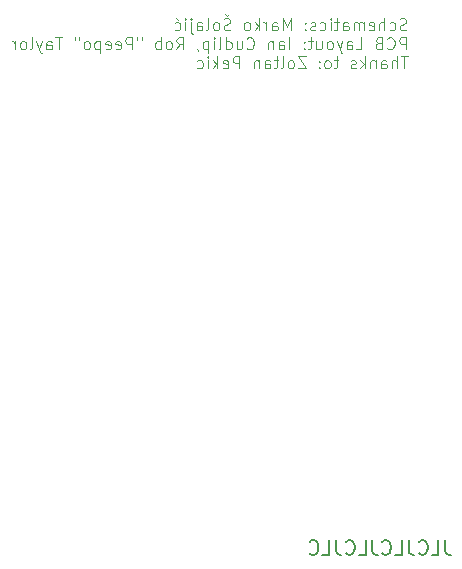
<source format=gbr>
%TF.GenerationSoftware,KiCad,Pcbnew,8.0.1*%
%TF.CreationDate,2024-06-09T01:41:57+01:00*%
%TF.ProjectId,tim011_video_fix,74696d30-3131-45f7-9669-64656f5f6669,rev?*%
%TF.SameCoordinates,Original*%
%TF.FileFunction,Legend,Bot*%
%TF.FilePolarity,Positive*%
%FSLAX46Y46*%
G04 Gerber Fmt 4.6, Leading zero omitted, Abs format (unit mm)*
G04 Created by KiCad (PCBNEW 8.0.1) date 2024-06-09 01:41:57*
%MOMM*%
%LPD*%
G01*
G04 APERTURE LIST*
%ADD10C,0.150000*%
%ADD11C,0.100000*%
G04 APERTURE END LIST*
D10*
X137672744Y-113295342D02*
X137672744Y-114152485D01*
X137672744Y-114152485D02*
X137729887Y-114323914D01*
X137729887Y-114323914D02*
X137844173Y-114438200D01*
X137844173Y-114438200D02*
X138015601Y-114495342D01*
X138015601Y-114495342D02*
X138129887Y-114495342D01*
X136529887Y-114495342D02*
X137101315Y-114495342D01*
X137101315Y-114495342D02*
X137101315Y-113295342D01*
X135444172Y-114381057D02*
X135501315Y-114438200D01*
X135501315Y-114438200D02*
X135672743Y-114495342D01*
X135672743Y-114495342D02*
X135787029Y-114495342D01*
X135787029Y-114495342D02*
X135958458Y-114438200D01*
X135958458Y-114438200D02*
X136072743Y-114323914D01*
X136072743Y-114323914D02*
X136129886Y-114209628D01*
X136129886Y-114209628D02*
X136187029Y-113981057D01*
X136187029Y-113981057D02*
X136187029Y-113809628D01*
X136187029Y-113809628D02*
X136129886Y-113581057D01*
X136129886Y-113581057D02*
X136072743Y-113466771D01*
X136072743Y-113466771D02*
X135958458Y-113352485D01*
X135958458Y-113352485D02*
X135787029Y-113295342D01*
X135787029Y-113295342D02*
X135672743Y-113295342D01*
X135672743Y-113295342D02*
X135501315Y-113352485D01*
X135501315Y-113352485D02*
X135444172Y-113409628D01*
X134587029Y-113295342D02*
X134587029Y-114152485D01*
X134587029Y-114152485D02*
X134644172Y-114323914D01*
X134644172Y-114323914D02*
X134758458Y-114438200D01*
X134758458Y-114438200D02*
X134929886Y-114495342D01*
X134929886Y-114495342D02*
X135044172Y-114495342D01*
X133444172Y-114495342D02*
X134015600Y-114495342D01*
X134015600Y-114495342D02*
X134015600Y-113295342D01*
X132358457Y-114381057D02*
X132415600Y-114438200D01*
X132415600Y-114438200D02*
X132587028Y-114495342D01*
X132587028Y-114495342D02*
X132701314Y-114495342D01*
X132701314Y-114495342D02*
X132872743Y-114438200D01*
X132872743Y-114438200D02*
X132987028Y-114323914D01*
X132987028Y-114323914D02*
X133044171Y-114209628D01*
X133044171Y-114209628D02*
X133101314Y-113981057D01*
X133101314Y-113981057D02*
X133101314Y-113809628D01*
X133101314Y-113809628D02*
X133044171Y-113581057D01*
X133044171Y-113581057D02*
X132987028Y-113466771D01*
X132987028Y-113466771D02*
X132872743Y-113352485D01*
X132872743Y-113352485D02*
X132701314Y-113295342D01*
X132701314Y-113295342D02*
X132587028Y-113295342D01*
X132587028Y-113295342D02*
X132415600Y-113352485D01*
X132415600Y-113352485D02*
X132358457Y-113409628D01*
X131501314Y-113295342D02*
X131501314Y-114152485D01*
X131501314Y-114152485D02*
X131558457Y-114323914D01*
X131558457Y-114323914D02*
X131672743Y-114438200D01*
X131672743Y-114438200D02*
X131844171Y-114495342D01*
X131844171Y-114495342D02*
X131958457Y-114495342D01*
X130358457Y-114495342D02*
X130929885Y-114495342D01*
X130929885Y-114495342D02*
X130929885Y-113295342D01*
X129272742Y-114381057D02*
X129329885Y-114438200D01*
X129329885Y-114438200D02*
X129501313Y-114495342D01*
X129501313Y-114495342D02*
X129615599Y-114495342D01*
X129615599Y-114495342D02*
X129787028Y-114438200D01*
X129787028Y-114438200D02*
X129901313Y-114323914D01*
X129901313Y-114323914D02*
X129958456Y-114209628D01*
X129958456Y-114209628D02*
X130015599Y-113981057D01*
X130015599Y-113981057D02*
X130015599Y-113809628D01*
X130015599Y-113809628D02*
X129958456Y-113581057D01*
X129958456Y-113581057D02*
X129901313Y-113466771D01*
X129901313Y-113466771D02*
X129787028Y-113352485D01*
X129787028Y-113352485D02*
X129615599Y-113295342D01*
X129615599Y-113295342D02*
X129501313Y-113295342D01*
X129501313Y-113295342D02*
X129329885Y-113352485D01*
X129329885Y-113352485D02*
X129272742Y-113409628D01*
X128415599Y-113295342D02*
X128415599Y-114152485D01*
X128415599Y-114152485D02*
X128472742Y-114323914D01*
X128472742Y-114323914D02*
X128587028Y-114438200D01*
X128587028Y-114438200D02*
X128758456Y-114495342D01*
X128758456Y-114495342D02*
X128872742Y-114495342D01*
X127272742Y-114495342D02*
X127844170Y-114495342D01*
X127844170Y-114495342D02*
X127844170Y-113295342D01*
X126187027Y-114381057D02*
X126244170Y-114438200D01*
X126244170Y-114438200D02*
X126415598Y-114495342D01*
X126415598Y-114495342D02*
X126529884Y-114495342D01*
X126529884Y-114495342D02*
X126701313Y-114438200D01*
X126701313Y-114438200D02*
X126815598Y-114323914D01*
X126815598Y-114323914D02*
X126872741Y-114209628D01*
X126872741Y-114209628D02*
X126929884Y-113981057D01*
X126929884Y-113981057D02*
X126929884Y-113809628D01*
X126929884Y-113809628D02*
X126872741Y-113581057D01*
X126872741Y-113581057D02*
X126815598Y-113466771D01*
X126815598Y-113466771D02*
X126701313Y-113352485D01*
X126701313Y-113352485D02*
X126529884Y-113295342D01*
X126529884Y-113295342D02*
X126415598Y-113295342D01*
X126415598Y-113295342D02*
X126244170Y-113352485D01*
X126244170Y-113352485D02*
X126187027Y-113409628D01*
D11*
X134393734Y-70054912D02*
X134250877Y-70102531D01*
X134250877Y-70102531D02*
X134012782Y-70102531D01*
X134012782Y-70102531D02*
X133917544Y-70054912D01*
X133917544Y-70054912D02*
X133869925Y-70007292D01*
X133869925Y-70007292D02*
X133822306Y-69912054D01*
X133822306Y-69912054D02*
X133822306Y-69816816D01*
X133822306Y-69816816D02*
X133869925Y-69721578D01*
X133869925Y-69721578D02*
X133917544Y-69673959D01*
X133917544Y-69673959D02*
X134012782Y-69626340D01*
X134012782Y-69626340D02*
X134203258Y-69578721D01*
X134203258Y-69578721D02*
X134298496Y-69531102D01*
X134298496Y-69531102D02*
X134346115Y-69483483D01*
X134346115Y-69483483D02*
X134393734Y-69388245D01*
X134393734Y-69388245D02*
X134393734Y-69293007D01*
X134393734Y-69293007D02*
X134346115Y-69197769D01*
X134346115Y-69197769D02*
X134298496Y-69150150D01*
X134298496Y-69150150D02*
X134203258Y-69102531D01*
X134203258Y-69102531D02*
X133965163Y-69102531D01*
X133965163Y-69102531D02*
X133822306Y-69150150D01*
X132965163Y-70054912D02*
X133060401Y-70102531D01*
X133060401Y-70102531D02*
X133250877Y-70102531D01*
X133250877Y-70102531D02*
X133346115Y-70054912D01*
X133346115Y-70054912D02*
X133393734Y-70007292D01*
X133393734Y-70007292D02*
X133441353Y-69912054D01*
X133441353Y-69912054D02*
X133441353Y-69626340D01*
X133441353Y-69626340D02*
X133393734Y-69531102D01*
X133393734Y-69531102D02*
X133346115Y-69483483D01*
X133346115Y-69483483D02*
X133250877Y-69435864D01*
X133250877Y-69435864D02*
X133060401Y-69435864D01*
X133060401Y-69435864D02*
X132965163Y-69483483D01*
X132536591Y-70102531D02*
X132536591Y-69102531D01*
X132108020Y-70102531D02*
X132108020Y-69578721D01*
X132108020Y-69578721D02*
X132155639Y-69483483D01*
X132155639Y-69483483D02*
X132250877Y-69435864D01*
X132250877Y-69435864D02*
X132393734Y-69435864D01*
X132393734Y-69435864D02*
X132488972Y-69483483D01*
X132488972Y-69483483D02*
X132536591Y-69531102D01*
X131250877Y-70054912D02*
X131346115Y-70102531D01*
X131346115Y-70102531D02*
X131536591Y-70102531D01*
X131536591Y-70102531D02*
X131631829Y-70054912D01*
X131631829Y-70054912D02*
X131679448Y-69959673D01*
X131679448Y-69959673D02*
X131679448Y-69578721D01*
X131679448Y-69578721D02*
X131631829Y-69483483D01*
X131631829Y-69483483D02*
X131536591Y-69435864D01*
X131536591Y-69435864D02*
X131346115Y-69435864D01*
X131346115Y-69435864D02*
X131250877Y-69483483D01*
X131250877Y-69483483D02*
X131203258Y-69578721D01*
X131203258Y-69578721D02*
X131203258Y-69673959D01*
X131203258Y-69673959D02*
X131679448Y-69769197D01*
X130774686Y-70102531D02*
X130774686Y-69435864D01*
X130774686Y-69531102D02*
X130727067Y-69483483D01*
X130727067Y-69483483D02*
X130631829Y-69435864D01*
X130631829Y-69435864D02*
X130488972Y-69435864D01*
X130488972Y-69435864D02*
X130393734Y-69483483D01*
X130393734Y-69483483D02*
X130346115Y-69578721D01*
X130346115Y-69578721D02*
X130346115Y-70102531D01*
X130346115Y-69578721D02*
X130298496Y-69483483D01*
X130298496Y-69483483D02*
X130203258Y-69435864D01*
X130203258Y-69435864D02*
X130060401Y-69435864D01*
X130060401Y-69435864D02*
X129965162Y-69483483D01*
X129965162Y-69483483D02*
X129917543Y-69578721D01*
X129917543Y-69578721D02*
X129917543Y-70102531D01*
X129012782Y-70102531D02*
X129012782Y-69578721D01*
X129012782Y-69578721D02*
X129060401Y-69483483D01*
X129060401Y-69483483D02*
X129155639Y-69435864D01*
X129155639Y-69435864D02*
X129346115Y-69435864D01*
X129346115Y-69435864D02*
X129441353Y-69483483D01*
X129012782Y-70054912D02*
X129108020Y-70102531D01*
X129108020Y-70102531D02*
X129346115Y-70102531D01*
X129346115Y-70102531D02*
X129441353Y-70054912D01*
X129441353Y-70054912D02*
X129488972Y-69959673D01*
X129488972Y-69959673D02*
X129488972Y-69864435D01*
X129488972Y-69864435D02*
X129441353Y-69769197D01*
X129441353Y-69769197D02*
X129346115Y-69721578D01*
X129346115Y-69721578D02*
X129108020Y-69721578D01*
X129108020Y-69721578D02*
X129012782Y-69673959D01*
X128679448Y-69435864D02*
X128298496Y-69435864D01*
X128536591Y-69102531D02*
X128536591Y-69959673D01*
X128536591Y-69959673D02*
X128488972Y-70054912D01*
X128488972Y-70054912D02*
X128393734Y-70102531D01*
X128393734Y-70102531D02*
X128298496Y-70102531D01*
X127965162Y-70102531D02*
X127965162Y-69435864D01*
X127965162Y-69102531D02*
X128012781Y-69150150D01*
X128012781Y-69150150D02*
X127965162Y-69197769D01*
X127965162Y-69197769D02*
X127917543Y-69150150D01*
X127917543Y-69150150D02*
X127965162Y-69102531D01*
X127965162Y-69102531D02*
X127965162Y-69197769D01*
X127060401Y-70054912D02*
X127155639Y-70102531D01*
X127155639Y-70102531D02*
X127346115Y-70102531D01*
X127346115Y-70102531D02*
X127441353Y-70054912D01*
X127441353Y-70054912D02*
X127488972Y-70007292D01*
X127488972Y-70007292D02*
X127536591Y-69912054D01*
X127536591Y-69912054D02*
X127536591Y-69626340D01*
X127536591Y-69626340D02*
X127488972Y-69531102D01*
X127488972Y-69531102D02*
X127441353Y-69483483D01*
X127441353Y-69483483D02*
X127346115Y-69435864D01*
X127346115Y-69435864D02*
X127155639Y-69435864D01*
X127155639Y-69435864D02*
X127060401Y-69483483D01*
X126679448Y-70054912D02*
X126584210Y-70102531D01*
X126584210Y-70102531D02*
X126393734Y-70102531D01*
X126393734Y-70102531D02*
X126298496Y-70054912D01*
X126298496Y-70054912D02*
X126250877Y-69959673D01*
X126250877Y-69959673D02*
X126250877Y-69912054D01*
X126250877Y-69912054D02*
X126298496Y-69816816D01*
X126298496Y-69816816D02*
X126393734Y-69769197D01*
X126393734Y-69769197D02*
X126536591Y-69769197D01*
X126536591Y-69769197D02*
X126631829Y-69721578D01*
X126631829Y-69721578D02*
X126679448Y-69626340D01*
X126679448Y-69626340D02*
X126679448Y-69578721D01*
X126679448Y-69578721D02*
X126631829Y-69483483D01*
X126631829Y-69483483D02*
X126536591Y-69435864D01*
X126536591Y-69435864D02*
X126393734Y-69435864D01*
X126393734Y-69435864D02*
X126298496Y-69483483D01*
X125822305Y-70007292D02*
X125774686Y-70054912D01*
X125774686Y-70054912D02*
X125822305Y-70102531D01*
X125822305Y-70102531D02*
X125869924Y-70054912D01*
X125869924Y-70054912D02*
X125822305Y-70007292D01*
X125822305Y-70007292D02*
X125822305Y-70102531D01*
X125822305Y-69483483D02*
X125774686Y-69531102D01*
X125774686Y-69531102D02*
X125822305Y-69578721D01*
X125822305Y-69578721D02*
X125869924Y-69531102D01*
X125869924Y-69531102D02*
X125822305Y-69483483D01*
X125822305Y-69483483D02*
X125822305Y-69578721D01*
X124584210Y-70102531D02*
X124584210Y-69102531D01*
X124584210Y-69102531D02*
X124250877Y-69816816D01*
X124250877Y-69816816D02*
X123917544Y-69102531D01*
X123917544Y-69102531D02*
X123917544Y-70102531D01*
X123012782Y-70102531D02*
X123012782Y-69578721D01*
X123012782Y-69578721D02*
X123060401Y-69483483D01*
X123060401Y-69483483D02*
X123155639Y-69435864D01*
X123155639Y-69435864D02*
X123346115Y-69435864D01*
X123346115Y-69435864D02*
X123441353Y-69483483D01*
X123012782Y-70054912D02*
X123108020Y-70102531D01*
X123108020Y-70102531D02*
X123346115Y-70102531D01*
X123346115Y-70102531D02*
X123441353Y-70054912D01*
X123441353Y-70054912D02*
X123488972Y-69959673D01*
X123488972Y-69959673D02*
X123488972Y-69864435D01*
X123488972Y-69864435D02*
X123441353Y-69769197D01*
X123441353Y-69769197D02*
X123346115Y-69721578D01*
X123346115Y-69721578D02*
X123108020Y-69721578D01*
X123108020Y-69721578D02*
X123012782Y-69673959D01*
X122536591Y-70102531D02*
X122536591Y-69435864D01*
X122536591Y-69626340D02*
X122488972Y-69531102D01*
X122488972Y-69531102D02*
X122441353Y-69483483D01*
X122441353Y-69483483D02*
X122346115Y-69435864D01*
X122346115Y-69435864D02*
X122250877Y-69435864D01*
X121917543Y-70102531D02*
X121917543Y-69102531D01*
X121822305Y-69721578D02*
X121536591Y-70102531D01*
X121536591Y-69435864D02*
X121917543Y-69816816D01*
X120965162Y-70102531D02*
X121060400Y-70054912D01*
X121060400Y-70054912D02*
X121108019Y-70007292D01*
X121108019Y-70007292D02*
X121155638Y-69912054D01*
X121155638Y-69912054D02*
X121155638Y-69626340D01*
X121155638Y-69626340D02*
X121108019Y-69531102D01*
X121108019Y-69531102D02*
X121060400Y-69483483D01*
X121060400Y-69483483D02*
X120965162Y-69435864D01*
X120965162Y-69435864D02*
X120822305Y-69435864D01*
X120822305Y-69435864D02*
X120727067Y-69483483D01*
X120727067Y-69483483D02*
X120679448Y-69531102D01*
X120679448Y-69531102D02*
X120631829Y-69626340D01*
X120631829Y-69626340D02*
X120631829Y-69912054D01*
X120631829Y-69912054D02*
X120679448Y-70007292D01*
X120679448Y-70007292D02*
X120727067Y-70054912D01*
X120727067Y-70054912D02*
X120822305Y-70102531D01*
X120822305Y-70102531D02*
X120965162Y-70102531D01*
X119488971Y-70054912D02*
X119346114Y-70102531D01*
X119346114Y-70102531D02*
X119108019Y-70102531D01*
X119108019Y-70102531D02*
X119012781Y-70054912D01*
X119012781Y-70054912D02*
X118965162Y-70007292D01*
X118965162Y-70007292D02*
X118917543Y-69912054D01*
X118917543Y-69912054D02*
X118917543Y-69816816D01*
X118917543Y-69816816D02*
X118965162Y-69721578D01*
X118965162Y-69721578D02*
X119012781Y-69673959D01*
X119012781Y-69673959D02*
X119108019Y-69626340D01*
X119108019Y-69626340D02*
X119298495Y-69578721D01*
X119298495Y-69578721D02*
X119393733Y-69531102D01*
X119393733Y-69531102D02*
X119441352Y-69483483D01*
X119441352Y-69483483D02*
X119488971Y-69388245D01*
X119488971Y-69388245D02*
X119488971Y-69293007D01*
X119488971Y-69293007D02*
X119441352Y-69197769D01*
X119441352Y-69197769D02*
X119393733Y-69150150D01*
X119393733Y-69150150D02*
X119298495Y-69102531D01*
X119298495Y-69102531D02*
X119060400Y-69102531D01*
X119060400Y-69102531D02*
X118917543Y-69150150D01*
X119393733Y-68721578D02*
X119203257Y-68864435D01*
X119203257Y-68864435D02*
X119012781Y-68721578D01*
X118346114Y-70102531D02*
X118441352Y-70054912D01*
X118441352Y-70054912D02*
X118488971Y-70007292D01*
X118488971Y-70007292D02*
X118536590Y-69912054D01*
X118536590Y-69912054D02*
X118536590Y-69626340D01*
X118536590Y-69626340D02*
X118488971Y-69531102D01*
X118488971Y-69531102D02*
X118441352Y-69483483D01*
X118441352Y-69483483D02*
X118346114Y-69435864D01*
X118346114Y-69435864D02*
X118203257Y-69435864D01*
X118203257Y-69435864D02*
X118108019Y-69483483D01*
X118108019Y-69483483D02*
X118060400Y-69531102D01*
X118060400Y-69531102D02*
X118012781Y-69626340D01*
X118012781Y-69626340D02*
X118012781Y-69912054D01*
X118012781Y-69912054D02*
X118060400Y-70007292D01*
X118060400Y-70007292D02*
X118108019Y-70054912D01*
X118108019Y-70054912D02*
X118203257Y-70102531D01*
X118203257Y-70102531D02*
X118346114Y-70102531D01*
X117441352Y-70102531D02*
X117536590Y-70054912D01*
X117536590Y-70054912D02*
X117584209Y-69959673D01*
X117584209Y-69959673D02*
X117584209Y-69102531D01*
X116631828Y-70102531D02*
X116631828Y-69578721D01*
X116631828Y-69578721D02*
X116679447Y-69483483D01*
X116679447Y-69483483D02*
X116774685Y-69435864D01*
X116774685Y-69435864D02*
X116965161Y-69435864D01*
X116965161Y-69435864D02*
X117060399Y-69483483D01*
X116631828Y-70054912D02*
X116727066Y-70102531D01*
X116727066Y-70102531D02*
X116965161Y-70102531D01*
X116965161Y-70102531D02*
X117060399Y-70054912D01*
X117060399Y-70054912D02*
X117108018Y-69959673D01*
X117108018Y-69959673D02*
X117108018Y-69864435D01*
X117108018Y-69864435D02*
X117060399Y-69769197D01*
X117060399Y-69769197D02*
X116965161Y-69721578D01*
X116965161Y-69721578D02*
X116727066Y-69721578D01*
X116727066Y-69721578D02*
X116631828Y-69673959D01*
X116155637Y-69435864D02*
X116155637Y-70293007D01*
X116155637Y-70293007D02*
X116203256Y-70388245D01*
X116203256Y-70388245D02*
X116298494Y-70435864D01*
X116298494Y-70435864D02*
X116346113Y-70435864D01*
X116155637Y-69102531D02*
X116203256Y-69150150D01*
X116203256Y-69150150D02*
X116155637Y-69197769D01*
X116155637Y-69197769D02*
X116108018Y-69150150D01*
X116108018Y-69150150D02*
X116155637Y-69102531D01*
X116155637Y-69102531D02*
X116155637Y-69197769D01*
X115679447Y-70102531D02*
X115679447Y-69435864D01*
X115679447Y-69102531D02*
X115727066Y-69150150D01*
X115727066Y-69150150D02*
X115679447Y-69197769D01*
X115679447Y-69197769D02*
X115631828Y-69150150D01*
X115631828Y-69150150D02*
X115679447Y-69102531D01*
X115679447Y-69102531D02*
X115679447Y-69197769D01*
X114774686Y-70054912D02*
X114869924Y-70102531D01*
X114869924Y-70102531D02*
X115060400Y-70102531D01*
X115060400Y-70102531D02*
X115155638Y-70054912D01*
X115155638Y-70054912D02*
X115203257Y-70007292D01*
X115203257Y-70007292D02*
X115250876Y-69912054D01*
X115250876Y-69912054D02*
X115250876Y-69626340D01*
X115250876Y-69626340D02*
X115203257Y-69531102D01*
X115203257Y-69531102D02*
X115155638Y-69483483D01*
X115155638Y-69483483D02*
X115060400Y-69435864D01*
X115060400Y-69435864D02*
X114869924Y-69435864D01*
X114869924Y-69435864D02*
X114774686Y-69483483D01*
X114869924Y-69054912D02*
X115012781Y-69197769D01*
X134346115Y-71712475D02*
X134346115Y-70712475D01*
X134346115Y-70712475D02*
X133965163Y-70712475D01*
X133965163Y-70712475D02*
X133869925Y-70760094D01*
X133869925Y-70760094D02*
X133822306Y-70807713D01*
X133822306Y-70807713D02*
X133774687Y-70902951D01*
X133774687Y-70902951D02*
X133774687Y-71045808D01*
X133774687Y-71045808D02*
X133822306Y-71141046D01*
X133822306Y-71141046D02*
X133869925Y-71188665D01*
X133869925Y-71188665D02*
X133965163Y-71236284D01*
X133965163Y-71236284D02*
X134346115Y-71236284D01*
X132774687Y-71617236D02*
X132822306Y-71664856D01*
X132822306Y-71664856D02*
X132965163Y-71712475D01*
X132965163Y-71712475D02*
X133060401Y-71712475D01*
X133060401Y-71712475D02*
X133203258Y-71664856D01*
X133203258Y-71664856D02*
X133298496Y-71569617D01*
X133298496Y-71569617D02*
X133346115Y-71474379D01*
X133346115Y-71474379D02*
X133393734Y-71283903D01*
X133393734Y-71283903D02*
X133393734Y-71141046D01*
X133393734Y-71141046D02*
X133346115Y-70950570D01*
X133346115Y-70950570D02*
X133298496Y-70855332D01*
X133298496Y-70855332D02*
X133203258Y-70760094D01*
X133203258Y-70760094D02*
X133060401Y-70712475D01*
X133060401Y-70712475D02*
X132965163Y-70712475D01*
X132965163Y-70712475D02*
X132822306Y-70760094D01*
X132822306Y-70760094D02*
X132774687Y-70807713D01*
X132012782Y-71188665D02*
X131869925Y-71236284D01*
X131869925Y-71236284D02*
X131822306Y-71283903D01*
X131822306Y-71283903D02*
X131774687Y-71379141D01*
X131774687Y-71379141D02*
X131774687Y-71521998D01*
X131774687Y-71521998D02*
X131822306Y-71617236D01*
X131822306Y-71617236D02*
X131869925Y-71664856D01*
X131869925Y-71664856D02*
X131965163Y-71712475D01*
X131965163Y-71712475D02*
X132346115Y-71712475D01*
X132346115Y-71712475D02*
X132346115Y-70712475D01*
X132346115Y-70712475D02*
X132012782Y-70712475D01*
X132012782Y-70712475D02*
X131917544Y-70760094D01*
X131917544Y-70760094D02*
X131869925Y-70807713D01*
X131869925Y-70807713D02*
X131822306Y-70902951D01*
X131822306Y-70902951D02*
X131822306Y-70998189D01*
X131822306Y-70998189D02*
X131869925Y-71093427D01*
X131869925Y-71093427D02*
X131917544Y-71141046D01*
X131917544Y-71141046D02*
X132012782Y-71188665D01*
X132012782Y-71188665D02*
X132346115Y-71188665D01*
X130108020Y-71712475D02*
X130584210Y-71712475D01*
X130584210Y-71712475D02*
X130584210Y-70712475D01*
X129346115Y-71712475D02*
X129346115Y-71188665D01*
X129346115Y-71188665D02*
X129393734Y-71093427D01*
X129393734Y-71093427D02*
X129488972Y-71045808D01*
X129488972Y-71045808D02*
X129679448Y-71045808D01*
X129679448Y-71045808D02*
X129774686Y-71093427D01*
X129346115Y-71664856D02*
X129441353Y-71712475D01*
X129441353Y-71712475D02*
X129679448Y-71712475D01*
X129679448Y-71712475D02*
X129774686Y-71664856D01*
X129774686Y-71664856D02*
X129822305Y-71569617D01*
X129822305Y-71569617D02*
X129822305Y-71474379D01*
X129822305Y-71474379D02*
X129774686Y-71379141D01*
X129774686Y-71379141D02*
X129679448Y-71331522D01*
X129679448Y-71331522D02*
X129441353Y-71331522D01*
X129441353Y-71331522D02*
X129346115Y-71283903D01*
X128965162Y-71045808D02*
X128727067Y-71712475D01*
X128488972Y-71045808D02*
X128727067Y-71712475D01*
X128727067Y-71712475D02*
X128822305Y-71950570D01*
X128822305Y-71950570D02*
X128869924Y-71998189D01*
X128869924Y-71998189D02*
X128965162Y-72045808D01*
X127965162Y-71712475D02*
X128060400Y-71664856D01*
X128060400Y-71664856D02*
X128108019Y-71617236D01*
X128108019Y-71617236D02*
X128155638Y-71521998D01*
X128155638Y-71521998D02*
X128155638Y-71236284D01*
X128155638Y-71236284D02*
X128108019Y-71141046D01*
X128108019Y-71141046D02*
X128060400Y-71093427D01*
X128060400Y-71093427D02*
X127965162Y-71045808D01*
X127965162Y-71045808D02*
X127822305Y-71045808D01*
X127822305Y-71045808D02*
X127727067Y-71093427D01*
X127727067Y-71093427D02*
X127679448Y-71141046D01*
X127679448Y-71141046D02*
X127631829Y-71236284D01*
X127631829Y-71236284D02*
X127631829Y-71521998D01*
X127631829Y-71521998D02*
X127679448Y-71617236D01*
X127679448Y-71617236D02*
X127727067Y-71664856D01*
X127727067Y-71664856D02*
X127822305Y-71712475D01*
X127822305Y-71712475D02*
X127965162Y-71712475D01*
X126774686Y-71045808D02*
X126774686Y-71712475D01*
X127203257Y-71045808D02*
X127203257Y-71569617D01*
X127203257Y-71569617D02*
X127155638Y-71664856D01*
X127155638Y-71664856D02*
X127060400Y-71712475D01*
X127060400Y-71712475D02*
X126917543Y-71712475D01*
X126917543Y-71712475D02*
X126822305Y-71664856D01*
X126822305Y-71664856D02*
X126774686Y-71617236D01*
X126441352Y-71045808D02*
X126060400Y-71045808D01*
X126298495Y-70712475D02*
X126298495Y-71569617D01*
X126298495Y-71569617D02*
X126250876Y-71664856D01*
X126250876Y-71664856D02*
X126155638Y-71712475D01*
X126155638Y-71712475D02*
X126060400Y-71712475D01*
X125727066Y-71617236D02*
X125679447Y-71664856D01*
X125679447Y-71664856D02*
X125727066Y-71712475D01*
X125727066Y-71712475D02*
X125774685Y-71664856D01*
X125774685Y-71664856D02*
X125727066Y-71617236D01*
X125727066Y-71617236D02*
X125727066Y-71712475D01*
X125727066Y-71093427D02*
X125679447Y-71141046D01*
X125679447Y-71141046D02*
X125727066Y-71188665D01*
X125727066Y-71188665D02*
X125774685Y-71141046D01*
X125774685Y-71141046D02*
X125727066Y-71093427D01*
X125727066Y-71093427D02*
X125727066Y-71188665D01*
X124488971Y-71712475D02*
X124488971Y-70712475D01*
X123584210Y-71712475D02*
X123584210Y-71188665D01*
X123584210Y-71188665D02*
X123631829Y-71093427D01*
X123631829Y-71093427D02*
X123727067Y-71045808D01*
X123727067Y-71045808D02*
X123917543Y-71045808D01*
X123917543Y-71045808D02*
X124012781Y-71093427D01*
X123584210Y-71664856D02*
X123679448Y-71712475D01*
X123679448Y-71712475D02*
X123917543Y-71712475D01*
X123917543Y-71712475D02*
X124012781Y-71664856D01*
X124012781Y-71664856D02*
X124060400Y-71569617D01*
X124060400Y-71569617D02*
X124060400Y-71474379D01*
X124060400Y-71474379D02*
X124012781Y-71379141D01*
X124012781Y-71379141D02*
X123917543Y-71331522D01*
X123917543Y-71331522D02*
X123679448Y-71331522D01*
X123679448Y-71331522D02*
X123584210Y-71283903D01*
X123108019Y-71045808D02*
X123108019Y-71712475D01*
X123108019Y-71141046D02*
X123060400Y-71093427D01*
X123060400Y-71093427D02*
X122965162Y-71045808D01*
X122965162Y-71045808D02*
X122822305Y-71045808D01*
X122822305Y-71045808D02*
X122727067Y-71093427D01*
X122727067Y-71093427D02*
X122679448Y-71188665D01*
X122679448Y-71188665D02*
X122679448Y-71712475D01*
X120869924Y-71617236D02*
X120917543Y-71664856D01*
X120917543Y-71664856D02*
X121060400Y-71712475D01*
X121060400Y-71712475D02*
X121155638Y-71712475D01*
X121155638Y-71712475D02*
X121298495Y-71664856D01*
X121298495Y-71664856D02*
X121393733Y-71569617D01*
X121393733Y-71569617D02*
X121441352Y-71474379D01*
X121441352Y-71474379D02*
X121488971Y-71283903D01*
X121488971Y-71283903D02*
X121488971Y-71141046D01*
X121488971Y-71141046D02*
X121441352Y-70950570D01*
X121441352Y-70950570D02*
X121393733Y-70855332D01*
X121393733Y-70855332D02*
X121298495Y-70760094D01*
X121298495Y-70760094D02*
X121155638Y-70712475D01*
X121155638Y-70712475D02*
X121060400Y-70712475D01*
X121060400Y-70712475D02*
X120917543Y-70760094D01*
X120917543Y-70760094D02*
X120869924Y-70807713D01*
X120012781Y-71045808D02*
X120012781Y-71712475D01*
X120441352Y-71045808D02*
X120441352Y-71569617D01*
X120441352Y-71569617D02*
X120393733Y-71664856D01*
X120393733Y-71664856D02*
X120298495Y-71712475D01*
X120298495Y-71712475D02*
X120155638Y-71712475D01*
X120155638Y-71712475D02*
X120060400Y-71664856D01*
X120060400Y-71664856D02*
X120012781Y-71617236D01*
X119108019Y-71712475D02*
X119108019Y-70712475D01*
X119108019Y-71664856D02*
X119203257Y-71712475D01*
X119203257Y-71712475D02*
X119393733Y-71712475D01*
X119393733Y-71712475D02*
X119488971Y-71664856D01*
X119488971Y-71664856D02*
X119536590Y-71617236D01*
X119536590Y-71617236D02*
X119584209Y-71521998D01*
X119584209Y-71521998D02*
X119584209Y-71236284D01*
X119584209Y-71236284D02*
X119536590Y-71141046D01*
X119536590Y-71141046D02*
X119488971Y-71093427D01*
X119488971Y-71093427D02*
X119393733Y-71045808D01*
X119393733Y-71045808D02*
X119203257Y-71045808D01*
X119203257Y-71045808D02*
X119108019Y-71093427D01*
X118488971Y-71712475D02*
X118584209Y-71664856D01*
X118584209Y-71664856D02*
X118631828Y-71569617D01*
X118631828Y-71569617D02*
X118631828Y-70712475D01*
X118108018Y-71712475D02*
X118108018Y-71045808D01*
X118108018Y-70712475D02*
X118155637Y-70760094D01*
X118155637Y-70760094D02*
X118108018Y-70807713D01*
X118108018Y-70807713D02*
X118060399Y-70760094D01*
X118060399Y-70760094D02*
X118108018Y-70712475D01*
X118108018Y-70712475D02*
X118108018Y-70807713D01*
X117631828Y-71045808D02*
X117631828Y-72045808D01*
X117631828Y-71093427D02*
X117536590Y-71045808D01*
X117536590Y-71045808D02*
X117346114Y-71045808D01*
X117346114Y-71045808D02*
X117250876Y-71093427D01*
X117250876Y-71093427D02*
X117203257Y-71141046D01*
X117203257Y-71141046D02*
X117155638Y-71236284D01*
X117155638Y-71236284D02*
X117155638Y-71521998D01*
X117155638Y-71521998D02*
X117203257Y-71617236D01*
X117203257Y-71617236D02*
X117250876Y-71664856D01*
X117250876Y-71664856D02*
X117346114Y-71712475D01*
X117346114Y-71712475D02*
X117536590Y-71712475D01*
X117536590Y-71712475D02*
X117631828Y-71664856D01*
X116679447Y-71664856D02*
X116679447Y-71712475D01*
X116679447Y-71712475D02*
X116727066Y-71807713D01*
X116727066Y-71807713D02*
X116774685Y-71855332D01*
X114917543Y-71712475D02*
X115250876Y-71236284D01*
X115488971Y-71712475D02*
X115488971Y-70712475D01*
X115488971Y-70712475D02*
X115108019Y-70712475D01*
X115108019Y-70712475D02*
X115012781Y-70760094D01*
X115012781Y-70760094D02*
X114965162Y-70807713D01*
X114965162Y-70807713D02*
X114917543Y-70902951D01*
X114917543Y-70902951D02*
X114917543Y-71045808D01*
X114917543Y-71045808D02*
X114965162Y-71141046D01*
X114965162Y-71141046D02*
X115012781Y-71188665D01*
X115012781Y-71188665D02*
X115108019Y-71236284D01*
X115108019Y-71236284D02*
X115488971Y-71236284D01*
X114346114Y-71712475D02*
X114441352Y-71664856D01*
X114441352Y-71664856D02*
X114488971Y-71617236D01*
X114488971Y-71617236D02*
X114536590Y-71521998D01*
X114536590Y-71521998D02*
X114536590Y-71236284D01*
X114536590Y-71236284D02*
X114488971Y-71141046D01*
X114488971Y-71141046D02*
X114441352Y-71093427D01*
X114441352Y-71093427D02*
X114346114Y-71045808D01*
X114346114Y-71045808D02*
X114203257Y-71045808D01*
X114203257Y-71045808D02*
X114108019Y-71093427D01*
X114108019Y-71093427D02*
X114060400Y-71141046D01*
X114060400Y-71141046D02*
X114012781Y-71236284D01*
X114012781Y-71236284D02*
X114012781Y-71521998D01*
X114012781Y-71521998D02*
X114060400Y-71617236D01*
X114060400Y-71617236D02*
X114108019Y-71664856D01*
X114108019Y-71664856D02*
X114203257Y-71712475D01*
X114203257Y-71712475D02*
X114346114Y-71712475D01*
X113584209Y-71712475D02*
X113584209Y-70712475D01*
X113584209Y-71093427D02*
X113488971Y-71045808D01*
X113488971Y-71045808D02*
X113298495Y-71045808D01*
X113298495Y-71045808D02*
X113203257Y-71093427D01*
X113203257Y-71093427D02*
X113155638Y-71141046D01*
X113155638Y-71141046D02*
X113108019Y-71236284D01*
X113108019Y-71236284D02*
X113108019Y-71521998D01*
X113108019Y-71521998D02*
X113155638Y-71617236D01*
X113155638Y-71617236D02*
X113203257Y-71664856D01*
X113203257Y-71664856D02*
X113298495Y-71712475D01*
X113298495Y-71712475D02*
X113488971Y-71712475D01*
X113488971Y-71712475D02*
X113584209Y-71664856D01*
X111965161Y-70712475D02*
X111965161Y-70902951D01*
X111584209Y-70712475D02*
X111584209Y-70902951D01*
X111155637Y-71712475D02*
X111155637Y-70712475D01*
X111155637Y-70712475D02*
X110774685Y-70712475D01*
X110774685Y-70712475D02*
X110679447Y-70760094D01*
X110679447Y-70760094D02*
X110631828Y-70807713D01*
X110631828Y-70807713D02*
X110584209Y-70902951D01*
X110584209Y-70902951D02*
X110584209Y-71045808D01*
X110584209Y-71045808D02*
X110631828Y-71141046D01*
X110631828Y-71141046D02*
X110679447Y-71188665D01*
X110679447Y-71188665D02*
X110774685Y-71236284D01*
X110774685Y-71236284D02*
X111155637Y-71236284D01*
X109774685Y-71664856D02*
X109869923Y-71712475D01*
X109869923Y-71712475D02*
X110060399Y-71712475D01*
X110060399Y-71712475D02*
X110155637Y-71664856D01*
X110155637Y-71664856D02*
X110203256Y-71569617D01*
X110203256Y-71569617D02*
X110203256Y-71188665D01*
X110203256Y-71188665D02*
X110155637Y-71093427D01*
X110155637Y-71093427D02*
X110060399Y-71045808D01*
X110060399Y-71045808D02*
X109869923Y-71045808D01*
X109869923Y-71045808D02*
X109774685Y-71093427D01*
X109774685Y-71093427D02*
X109727066Y-71188665D01*
X109727066Y-71188665D02*
X109727066Y-71283903D01*
X109727066Y-71283903D02*
X110203256Y-71379141D01*
X108917542Y-71664856D02*
X109012780Y-71712475D01*
X109012780Y-71712475D02*
X109203256Y-71712475D01*
X109203256Y-71712475D02*
X109298494Y-71664856D01*
X109298494Y-71664856D02*
X109346113Y-71569617D01*
X109346113Y-71569617D02*
X109346113Y-71188665D01*
X109346113Y-71188665D02*
X109298494Y-71093427D01*
X109298494Y-71093427D02*
X109203256Y-71045808D01*
X109203256Y-71045808D02*
X109012780Y-71045808D01*
X109012780Y-71045808D02*
X108917542Y-71093427D01*
X108917542Y-71093427D02*
X108869923Y-71188665D01*
X108869923Y-71188665D02*
X108869923Y-71283903D01*
X108869923Y-71283903D02*
X109346113Y-71379141D01*
X108441351Y-71045808D02*
X108441351Y-72045808D01*
X108441351Y-71093427D02*
X108346113Y-71045808D01*
X108346113Y-71045808D02*
X108155637Y-71045808D01*
X108155637Y-71045808D02*
X108060399Y-71093427D01*
X108060399Y-71093427D02*
X108012780Y-71141046D01*
X108012780Y-71141046D02*
X107965161Y-71236284D01*
X107965161Y-71236284D02*
X107965161Y-71521998D01*
X107965161Y-71521998D02*
X108012780Y-71617236D01*
X108012780Y-71617236D02*
X108060399Y-71664856D01*
X108060399Y-71664856D02*
X108155637Y-71712475D01*
X108155637Y-71712475D02*
X108346113Y-71712475D01*
X108346113Y-71712475D02*
X108441351Y-71664856D01*
X107393732Y-71712475D02*
X107488970Y-71664856D01*
X107488970Y-71664856D02*
X107536589Y-71617236D01*
X107536589Y-71617236D02*
X107584208Y-71521998D01*
X107584208Y-71521998D02*
X107584208Y-71236284D01*
X107584208Y-71236284D02*
X107536589Y-71141046D01*
X107536589Y-71141046D02*
X107488970Y-71093427D01*
X107488970Y-71093427D02*
X107393732Y-71045808D01*
X107393732Y-71045808D02*
X107250875Y-71045808D01*
X107250875Y-71045808D02*
X107155637Y-71093427D01*
X107155637Y-71093427D02*
X107108018Y-71141046D01*
X107108018Y-71141046D02*
X107060399Y-71236284D01*
X107060399Y-71236284D02*
X107060399Y-71521998D01*
X107060399Y-71521998D02*
X107108018Y-71617236D01*
X107108018Y-71617236D02*
X107155637Y-71664856D01*
X107155637Y-71664856D02*
X107250875Y-71712475D01*
X107250875Y-71712475D02*
X107393732Y-71712475D01*
X106679446Y-70712475D02*
X106679446Y-70902951D01*
X106298494Y-70712475D02*
X106298494Y-70902951D01*
X105250874Y-70712475D02*
X104679446Y-70712475D01*
X104965160Y-71712475D02*
X104965160Y-70712475D01*
X103917541Y-71712475D02*
X103917541Y-71188665D01*
X103917541Y-71188665D02*
X103965160Y-71093427D01*
X103965160Y-71093427D02*
X104060398Y-71045808D01*
X104060398Y-71045808D02*
X104250874Y-71045808D01*
X104250874Y-71045808D02*
X104346112Y-71093427D01*
X103917541Y-71664856D02*
X104012779Y-71712475D01*
X104012779Y-71712475D02*
X104250874Y-71712475D01*
X104250874Y-71712475D02*
X104346112Y-71664856D01*
X104346112Y-71664856D02*
X104393731Y-71569617D01*
X104393731Y-71569617D02*
X104393731Y-71474379D01*
X104393731Y-71474379D02*
X104346112Y-71379141D01*
X104346112Y-71379141D02*
X104250874Y-71331522D01*
X104250874Y-71331522D02*
X104012779Y-71331522D01*
X104012779Y-71331522D02*
X103917541Y-71283903D01*
X103536588Y-71045808D02*
X103298493Y-71712475D01*
X103060398Y-71045808D02*
X103298493Y-71712475D01*
X103298493Y-71712475D02*
X103393731Y-71950570D01*
X103393731Y-71950570D02*
X103441350Y-71998189D01*
X103441350Y-71998189D02*
X103536588Y-72045808D01*
X102536588Y-71712475D02*
X102631826Y-71664856D01*
X102631826Y-71664856D02*
X102679445Y-71569617D01*
X102679445Y-71569617D02*
X102679445Y-70712475D01*
X102012778Y-71712475D02*
X102108016Y-71664856D01*
X102108016Y-71664856D02*
X102155635Y-71617236D01*
X102155635Y-71617236D02*
X102203254Y-71521998D01*
X102203254Y-71521998D02*
X102203254Y-71236284D01*
X102203254Y-71236284D02*
X102155635Y-71141046D01*
X102155635Y-71141046D02*
X102108016Y-71093427D01*
X102108016Y-71093427D02*
X102012778Y-71045808D01*
X102012778Y-71045808D02*
X101869921Y-71045808D01*
X101869921Y-71045808D02*
X101774683Y-71093427D01*
X101774683Y-71093427D02*
X101727064Y-71141046D01*
X101727064Y-71141046D02*
X101679445Y-71236284D01*
X101679445Y-71236284D02*
X101679445Y-71521998D01*
X101679445Y-71521998D02*
X101727064Y-71617236D01*
X101727064Y-71617236D02*
X101774683Y-71664856D01*
X101774683Y-71664856D02*
X101869921Y-71712475D01*
X101869921Y-71712475D02*
X102012778Y-71712475D01*
X101250873Y-71712475D02*
X101250873Y-71045808D01*
X101250873Y-71236284D02*
X101203254Y-71141046D01*
X101203254Y-71141046D02*
X101155635Y-71093427D01*
X101155635Y-71093427D02*
X101060397Y-71045808D01*
X101060397Y-71045808D02*
X100965159Y-71045808D01*
X134488972Y-72322419D02*
X133917544Y-72322419D01*
X134203258Y-73322419D02*
X134203258Y-72322419D01*
X133584210Y-73322419D02*
X133584210Y-72322419D01*
X133155639Y-73322419D02*
X133155639Y-72798609D01*
X133155639Y-72798609D02*
X133203258Y-72703371D01*
X133203258Y-72703371D02*
X133298496Y-72655752D01*
X133298496Y-72655752D02*
X133441353Y-72655752D01*
X133441353Y-72655752D02*
X133536591Y-72703371D01*
X133536591Y-72703371D02*
X133584210Y-72750990D01*
X132250877Y-73322419D02*
X132250877Y-72798609D01*
X132250877Y-72798609D02*
X132298496Y-72703371D01*
X132298496Y-72703371D02*
X132393734Y-72655752D01*
X132393734Y-72655752D02*
X132584210Y-72655752D01*
X132584210Y-72655752D02*
X132679448Y-72703371D01*
X132250877Y-73274800D02*
X132346115Y-73322419D01*
X132346115Y-73322419D02*
X132584210Y-73322419D01*
X132584210Y-73322419D02*
X132679448Y-73274800D01*
X132679448Y-73274800D02*
X132727067Y-73179561D01*
X132727067Y-73179561D02*
X132727067Y-73084323D01*
X132727067Y-73084323D02*
X132679448Y-72989085D01*
X132679448Y-72989085D02*
X132584210Y-72941466D01*
X132584210Y-72941466D02*
X132346115Y-72941466D01*
X132346115Y-72941466D02*
X132250877Y-72893847D01*
X131774686Y-72655752D02*
X131774686Y-73322419D01*
X131774686Y-72750990D02*
X131727067Y-72703371D01*
X131727067Y-72703371D02*
X131631829Y-72655752D01*
X131631829Y-72655752D02*
X131488972Y-72655752D01*
X131488972Y-72655752D02*
X131393734Y-72703371D01*
X131393734Y-72703371D02*
X131346115Y-72798609D01*
X131346115Y-72798609D02*
X131346115Y-73322419D01*
X130869924Y-73322419D02*
X130869924Y-72322419D01*
X130774686Y-72941466D02*
X130488972Y-73322419D01*
X130488972Y-72655752D02*
X130869924Y-73036704D01*
X130108019Y-73274800D02*
X130012781Y-73322419D01*
X130012781Y-73322419D02*
X129822305Y-73322419D01*
X129822305Y-73322419D02*
X129727067Y-73274800D01*
X129727067Y-73274800D02*
X129679448Y-73179561D01*
X129679448Y-73179561D02*
X129679448Y-73131942D01*
X129679448Y-73131942D02*
X129727067Y-73036704D01*
X129727067Y-73036704D02*
X129822305Y-72989085D01*
X129822305Y-72989085D02*
X129965162Y-72989085D01*
X129965162Y-72989085D02*
X130060400Y-72941466D01*
X130060400Y-72941466D02*
X130108019Y-72846228D01*
X130108019Y-72846228D02*
X130108019Y-72798609D01*
X130108019Y-72798609D02*
X130060400Y-72703371D01*
X130060400Y-72703371D02*
X129965162Y-72655752D01*
X129965162Y-72655752D02*
X129822305Y-72655752D01*
X129822305Y-72655752D02*
X129727067Y-72703371D01*
X128631828Y-72655752D02*
X128250876Y-72655752D01*
X128488971Y-72322419D02*
X128488971Y-73179561D01*
X128488971Y-73179561D02*
X128441352Y-73274800D01*
X128441352Y-73274800D02*
X128346114Y-73322419D01*
X128346114Y-73322419D02*
X128250876Y-73322419D01*
X127774685Y-73322419D02*
X127869923Y-73274800D01*
X127869923Y-73274800D02*
X127917542Y-73227180D01*
X127917542Y-73227180D02*
X127965161Y-73131942D01*
X127965161Y-73131942D02*
X127965161Y-72846228D01*
X127965161Y-72846228D02*
X127917542Y-72750990D01*
X127917542Y-72750990D02*
X127869923Y-72703371D01*
X127869923Y-72703371D02*
X127774685Y-72655752D01*
X127774685Y-72655752D02*
X127631828Y-72655752D01*
X127631828Y-72655752D02*
X127536590Y-72703371D01*
X127536590Y-72703371D02*
X127488971Y-72750990D01*
X127488971Y-72750990D02*
X127441352Y-72846228D01*
X127441352Y-72846228D02*
X127441352Y-73131942D01*
X127441352Y-73131942D02*
X127488971Y-73227180D01*
X127488971Y-73227180D02*
X127536590Y-73274800D01*
X127536590Y-73274800D02*
X127631828Y-73322419D01*
X127631828Y-73322419D02*
X127774685Y-73322419D01*
X127012780Y-73227180D02*
X126965161Y-73274800D01*
X126965161Y-73274800D02*
X127012780Y-73322419D01*
X127012780Y-73322419D02*
X127060399Y-73274800D01*
X127060399Y-73274800D02*
X127012780Y-73227180D01*
X127012780Y-73227180D02*
X127012780Y-73322419D01*
X127012780Y-72703371D02*
X126965161Y-72750990D01*
X126965161Y-72750990D02*
X127012780Y-72798609D01*
X127012780Y-72798609D02*
X127060399Y-72750990D01*
X127060399Y-72750990D02*
X127012780Y-72703371D01*
X127012780Y-72703371D02*
X127012780Y-72798609D01*
X125869923Y-72322419D02*
X125203257Y-72322419D01*
X125203257Y-72322419D02*
X125869923Y-73322419D01*
X125869923Y-73322419D02*
X125203257Y-73322419D01*
X124679447Y-73322419D02*
X124774685Y-73274800D01*
X124774685Y-73274800D02*
X124822304Y-73227180D01*
X124822304Y-73227180D02*
X124869923Y-73131942D01*
X124869923Y-73131942D02*
X124869923Y-72846228D01*
X124869923Y-72846228D02*
X124822304Y-72750990D01*
X124822304Y-72750990D02*
X124774685Y-72703371D01*
X124774685Y-72703371D02*
X124679447Y-72655752D01*
X124679447Y-72655752D02*
X124536590Y-72655752D01*
X124536590Y-72655752D02*
X124441352Y-72703371D01*
X124441352Y-72703371D02*
X124393733Y-72750990D01*
X124393733Y-72750990D02*
X124346114Y-72846228D01*
X124346114Y-72846228D02*
X124346114Y-73131942D01*
X124346114Y-73131942D02*
X124393733Y-73227180D01*
X124393733Y-73227180D02*
X124441352Y-73274800D01*
X124441352Y-73274800D02*
X124536590Y-73322419D01*
X124536590Y-73322419D02*
X124679447Y-73322419D01*
X123774685Y-73322419D02*
X123869923Y-73274800D01*
X123869923Y-73274800D02*
X123917542Y-73179561D01*
X123917542Y-73179561D02*
X123917542Y-72322419D01*
X123536589Y-72655752D02*
X123155637Y-72655752D01*
X123393732Y-72322419D02*
X123393732Y-73179561D01*
X123393732Y-73179561D02*
X123346113Y-73274800D01*
X123346113Y-73274800D02*
X123250875Y-73322419D01*
X123250875Y-73322419D02*
X123155637Y-73322419D01*
X122393732Y-73322419D02*
X122393732Y-72798609D01*
X122393732Y-72798609D02*
X122441351Y-72703371D01*
X122441351Y-72703371D02*
X122536589Y-72655752D01*
X122536589Y-72655752D02*
X122727065Y-72655752D01*
X122727065Y-72655752D02*
X122822303Y-72703371D01*
X122393732Y-73274800D02*
X122488970Y-73322419D01*
X122488970Y-73322419D02*
X122727065Y-73322419D01*
X122727065Y-73322419D02*
X122822303Y-73274800D01*
X122822303Y-73274800D02*
X122869922Y-73179561D01*
X122869922Y-73179561D02*
X122869922Y-73084323D01*
X122869922Y-73084323D02*
X122822303Y-72989085D01*
X122822303Y-72989085D02*
X122727065Y-72941466D01*
X122727065Y-72941466D02*
X122488970Y-72941466D01*
X122488970Y-72941466D02*
X122393732Y-72893847D01*
X121917541Y-72655752D02*
X121917541Y-73322419D01*
X121917541Y-72750990D02*
X121869922Y-72703371D01*
X121869922Y-72703371D02*
X121774684Y-72655752D01*
X121774684Y-72655752D02*
X121631827Y-72655752D01*
X121631827Y-72655752D02*
X121536589Y-72703371D01*
X121536589Y-72703371D02*
X121488970Y-72798609D01*
X121488970Y-72798609D02*
X121488970Y-73322419D01*
X120250874Y-73322419D02*
X120250874Y-72322419D01*
X120250874Y-72322419D02*
X119869922Y-72322419D01*
X119869922Y-72322419D02*
X119774684Y-72370038D01*
X119774684Y-72370038D02*
X119727065Y-72417657D01*
X119727065Y-72417657D02*
X119679446Y-72512895D01*
X119679446Y-72512895D02*
X119679446Y-72655752D01*
X119679446Y-72655752D02*
X119727065Y-72750990D01*
X119727065Y-72750990D02*
X119774684Y-72798609D01*
X119774684Y-72798609D02*
X119869922Y-72846228D01*
X119869922Y-72846228D02*
X120250874Y-72846228D01*
X118869922Y-73274800D02*
X118965160Y-73322419D01*
X118965160Y-73322419D02*
X119155636Y-73322419D01*
X119155636Y-73322419D02*
X119250874Y-73274800D01*
X119250874Y-73274800D02*
X119298493Y-73179561D01*
X119298493Y-73179561D02*
X119298493Y-72798609D01*
X119298493Y-72798609D02*
X119250874Y-72703371D01*
X119250874Y-72703371D02*
X119155636Y-72655752D01*
X119155636Y-72655752D02*
X118965160Y-72655752D01*
X118965160Y-72655752D02*
X118869922Y-72703371D01*
X118869922Y-72703371D02*
X118822303Y-72798609D01*
X118822303Y-72798609D02*
X118822303Y-72893847D01*
X118822303Y-72893847D02*
X119298493Y-72989085D01*
X118393731Y-73322419D02*
X118393731Y-72322419D01*
X118298493Y-72941466D02*
X118012779Y-73322419D01*
X118012779Y-72655752D02*
X118393731Y-73036704D01*
X117584207Y-73322419D02*
X117584207Y-72655752D01*
X117584207Y-72322419D02*
X117631826Y-72370038D01*
X117631826Y-72370038D02*
X117584207Y-72417657D01*
X117584207Y-72417657D02*
X117536588Y-72370038D01*
X117536588Y-72370038D02*
X117584207Y-72322419D01*
X117584207Y-72322419D02*
X117584207Y-72417657D01*
X116679446Y-73274800D02*
X116774684Y-73322419D01*
X116774684Y-73322419D02*
X116965160Y-73322419D01*
X116965160Y-73322419D02*
X117060398Y-73274800D01*
X117060398Y-73274800D02*
X117108017Y-73227180D01*
X117108017Y-73227180D02*
X117155636Y-73131942D01*
X117155636Y-73131942D02*
X117155636Y-72846228D01*
X117155636Y-72846228D02*
X117108017Y-72750990D01*
X117108017Y-72750990D02*
X117060398Y-72703371D01*
X117060398Y-72703371D02*
X116965160Y-72655752D01*
X116965160Y-72655752D02*
X116774684Y-72655752D01*
X116774684Y-72655752D02*
X116679446Y-72703371D01*
M02*

</source>
